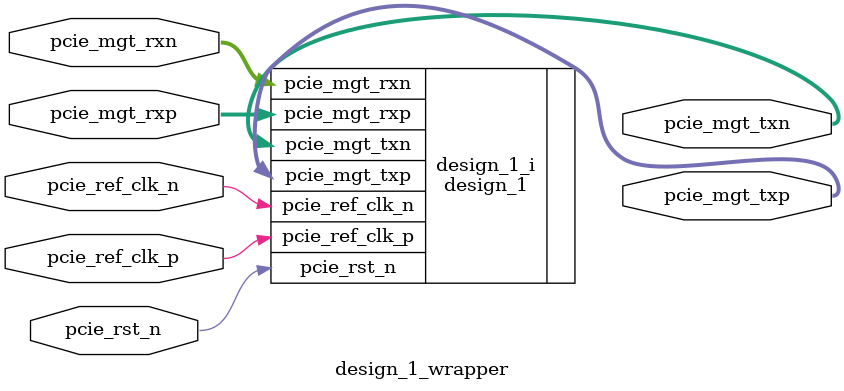
<source format=v>
`timescale 1 ps / 1 ps

module design_1_wrapper
   (pcie_mgt_rxn,
    pcie_mgt_rxp,
    pcie_mgt_txn,
    pcie_mgt_txp,
    pcie_ref_clk_n,
    pcie_ref_clk_p,
    pcie_rst_n);
  input [1:0]pcie_mgt_rxn;
  input [1:0]pcie_mgt_rxp;
  output [1:0]pcie_mgt_txn;
  output [1:0]pcie_mgt_txp;
  input [0:0]pcie_ref_clk_n;
  input [0:0]pcie_ref_clk_p;
  input pcie_rst_n;

  wire [1:0]pcie_mgt_rxn;
  wire [1:0]pcie_mgt_rxp;
  wire [1:0]pcie_mgt_txn;
  wire [1:0]pcie_mgt_txp;
  wire [0:0]pcie_ref_clk_n;
  wire [0:0]pcie_ref_clk_p;
  wire pcie_rst_n;

  design_1 design_1_i
       (.pcie_mgt_rxn(pcie_mgt_rxn),
        .pcie_mgt_rxp(pcie_mgt_rxp),
        .pcie_mgt_txn(pcie_mgt_txn),
        .pcie_mgt_txp(pcie_mgt_txp),
        .pcie_ref_clk_n(pcie_ref_clk_n),
        .pcie_ref_clk_p(pcie_ref_clk_p),
        .pcie_rst_n(pcie_rst_n));
endmodule

</source>
